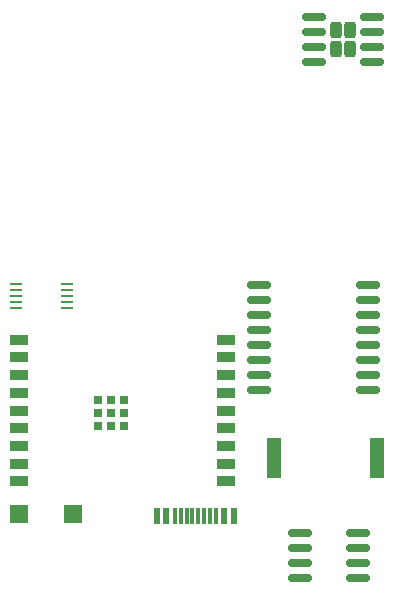
<source format=gbr>
%TF.GenerationSoftware,KiCad,Pcbnew,9.0.3*%
%TF.CreationDate,2025-08-16T12:14:01+01:00*%
%TF.ProjectId,cheetoPet,63686565-746f-4506-9574-2e6b69636164,rev?*%
%TF.SameCoordinates,Original*%
%TF.FileFunction,Paste,Bot*%
%TF.FilePolarity,Positive*%
%FSLAX46Y46*%
G04 Gerber Fmt 4.6, Leading zero omitted, Abs format (unit mm)*
G04 Created by KiCad (PCBNEW 9.0.3) date 2025-08-16 12:14:01*
%MOMM*%
%LPD*%
G01*
G04 APERTURE LIST*
G04 Aperture macros list*
%AMRoundRect*
0 Rectangle with rounded corners*
0 $1 Rounding radius*
0 $2 $3 $4 $5 $6 $7 $8 $9 X,Y pos of 4 corners*
0 Add a 4 corners polygon primitive as box body*
4,1,4,$2,$3,$4,$5,$6,$7,$8,$9,$2,$3,0*
0 Add four circle primitives for the rounded corners*
1,1,$1+$1,$2,$3*
1,1,$1+$1,$4,$5*
1,1,$1+$1,$6,$7*
1,1,$1+$1,$8,$9*
0 Add four rect primitives between the rounded corners*
20,1,$1+$1,$2,$3,$4,$5,0*
20,1,$1+$1,$4,$5,$6,$7,0*
20,1,$1+$1,$6,$7,$8,$9,0*
20,1,$1+$1,$8,$9,$2,$3,0*%
G04 Aperture macros list end*
%ADD10R,1.300000X3.400000*%
%ADD11R,1.600000X1.500000*%
%ADD12RoundRect,0.250000X0.255000X0.440000X-0.255000X0.440000X-0.255000X-0.440000X0.255000X-0.440000X0*%
%ADD13RoundRect,0.150000X0.825000X0.150000X-0.825000X0.150000X-0.825000X-0.150000X0.825000X-0.150000X0*%
%ADD14RoundRect,0.150000X0.875000X0.150000X-0.875000X0.150000X-0.875000X-0.150000X0.875000X-0.150000X0*%
%ADD15R,1.100000X0.250000*%
%ADD16R,0.600000X1.450000*%
%ADD17R,0.300000X1.450000*%
%ADD18R,0.700000X0.700000*%
%ADD19R,1.500000X0.900000*%
G04 APERTURE END LIST*
D10*
%TO.C,LS1*%
X173650000Y-117600000D03*
X164950000Y-117600000D03*
%TD*%
D11*
%TO.C,SW5*%
X147900000Y-122400000D03*
X143400000Y-122400000D03*
%TD*%
D12*
%TO.C,U3*%
X171400000Y-83025000D03*
X171400000Y-81375000D03*
X170200000Y-83025000D03*
X170200000Y-81375000D03*
D13*
X173275000Y-80295000D03*
X173275000Y-81565000D03*
X173275000Y-82835000D03*
X173275000Y-84105000D03*
X168325000Y-84105000D03*
X168325000Y-82835000D03*
X168325000Y-81565000D03*
X168325000Y-80295000D03*
%TD*%
D14*
%TO.C,U1*%
X172950000Y-102955000D03*
X172950000Y-104225000D03*
X172950000Y-105495000D03*
X172950000Y-106765000D03*
X172950000Y-108035000D03*
X172950000Y-109305000D03*
X172950000Y-110575000D03*
X172950000Y-111845000D03*
X163650000Y-111845000D03*
X163650000Y-110575000D03*
X163650000Y-109305000D03*
X163650000Y-108035000D03*
X163650000Y-106765000D03*
X163650000Y-105495000D03*
X163650000Y-104225000D03*
X163650000Y-102955000D03*
%TD*%
D13*
%TO.C,U7*%
X172100000Y-123990000D03*
X172100000Y-125260000D03*
X172100000Y-126530000D03*
X172100000Y-127800000D03*
X167150000Y-127800000D03*
X167150000Y-126530000D03*
X167150000Y-125260000D03*
X167150000Y-123990000D03*
%TD*%
D15*
%TO.C,U5*%
X143100000Y-104900000D03*
X143100000Y-104400000D03*
X143100000Y-103900000D03*
X143100000Y-103400000D03*
X143100000Y-102900000D03*
X147400000Y-102900000D03*
X147400000Y-103400000D03*
X147400000Y-103900000D03*
X147400000Y-104400000D03*
X147400000Y-104900000D03*
%TD*%
D16*
%TO.C,P1*%
X161550000Y-122555000D03*
X160750000Y-122555000D03*
D17*
X159550000Y-122555000D03*
X158550000Y-122555000D03*
X158050000Y-122555000D03*
X157050000Y-122555000D03*
D16*
X155850000Y-122555000D03*
X155050000Y-122555000D03*
X155050000Y-122555000D03*
X155850000Y-122555000D03*
D17*
X156550000Y-122555000D03*
X157550000Y-122555000D03*
X159050000Y-122555000D03*
X160050000Y-122555000D03*
D16*
X160750000Y-122555000D03*
X161550000Y-122555000D03*
%TD*%
D18*
%TO.C,U4*%
X152290000Y-114900000D03*
X152290000Y-113800000D03*
X152290000Y-112700000D03*
X151190000Y-114900000D03*
X151190000Y-113800000D03*
X151190000Y-112700000D03*
X150090000Y-114900000D03*
X150090000Y-113800000D03*
X150090000Y-112700000D03*
D19*
X160900000Y-107600000D03*
X160900000Y-109100000D03*
X160900000Y-110600000D03*
X160900000Y-112100000D03*
X160900000Y-113600000D03*
X160900000Y-115100000D03*
X160900000Y-116600000D03*
X160900000Y-118100000D03*
X160900000Y-119600000D03*
X143400000Y-119600000D03*
X143400000Y-118100000D03*
X143400000Y-116600000D03*
X143400000Y-115100000D03*
X143400000Y-113600000D03*
X143400000Y-112100000D03*
X143400000Y-110600000D03*
X143400000Y-109100000D03*
X143400000Y-107600000D03*
%TD*%
M02*

</source>
